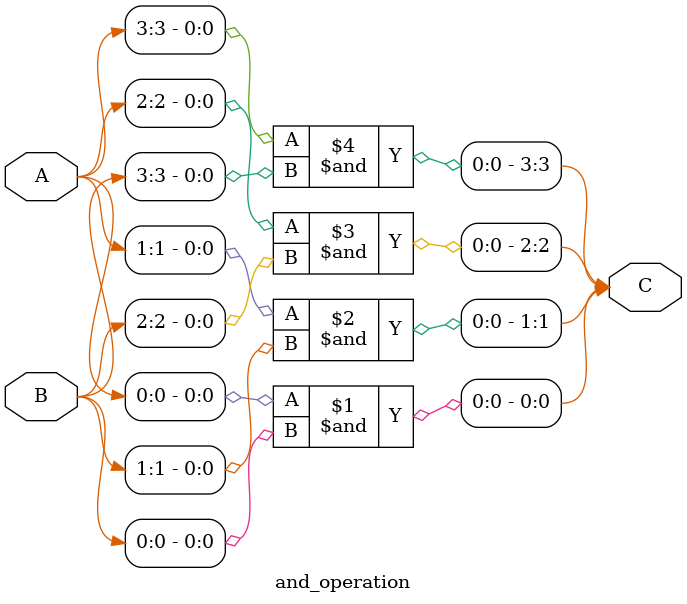
<source format=v>
module and_operation (
    input [3:0] A,
    input [3:0] B,
    output [3:0] C
);

and(C[0],A[0],B[0]);
and(C[1],A[1],B[1]);
and(C[2],A[2],B[2]);
and(C[3],A[3],B[3]);

endmodule

</source>
